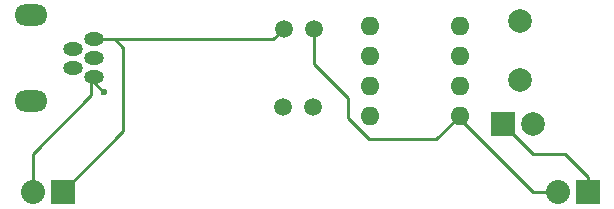
<source format=gbr>
G04 #@! TF.FileFunction,Copper,L2,Bot,Signal*
%FSLAX46Y46*%
G04 Gerber Fmt 4.6, Leading zero omitted, Abs format (unit mm)*
G04 Created by KiCad (PCBNEW (2015-06-16 BZR 5762, Git d3b3131)-product) date 9/30/2015 3:41:20 PM*
%MOMM*%
G01*
G04 APERTURE LIST*
%ADD10C,0.100000*%
%ADD11C,1.501140*%
%ADD12O,1.600000X1.600000*%
%ADD13R,2.032000X2.032000*%
%ADD14O,2.032000X2.032000*%
%ADD15R,2.000000X2.000000*%
%ADD16C,2.000000*%
%ADD17C,1.998980*%
%ADD18O,2.800000X1.800000*%
%ADD19O,1.660000X1.150000*%
%ADD20C,0.600000*%
%ADD21C,0.250000*%
G04 APERTURE END LIST*
D10*
D11*
X156743400Y-91440000D03*
X154203400Y-91440000D03*
X156870400Y-84836000D03*
X154330400Y-84836000D03*
D12*
X161569400Y-84582000D03*
X161569400Y-87122000D03*
X161569400Y-89662000D03*
X161569400Y-92202000D03*
X169189400Y-92202000D03*
X169189400Y-89662000D03*
X169189400Y-87122000D03*
X169189400Y-84582000D03*
D13*
X135547100Y-98679000D03*
D14*
X133007100Y-98679000D03*
D15*
X172834300Y-92938600D03*
D16*
X175374300Y-92938600D03*
D17*
X174244000Y-84178140D03*
X174244000Y-89179400D03*
D13*
X179997100Y-98679000D03*
D14*
X177457100Y-98679000D03*
D18*
X132892800Y-83708240D03*
D19*
X138217800Y-88958240D03*
X138217800Y-85758240D03*
X138217800Y-87358240D03*
X136467800Y-88158240D03*
X136467800Y-86558240D03*
D18*
X132892800Y-91008240D03*
D20*
X139029440Y-90246200D03*
D21*
X169189400Y-92202000D02*
X169189400Y-92456000D01*
X169189400Y-92456000D02*
X175412400Y-98679000D01*
X175412400Y-98679000D02*
X177457100Y-98679000D01*
X156870400Y-84836000D02*
X156870400Y-87871300D01*
X167170100Y-94221300D02*
X169189400Y-92202000D01*
X161493200Y-94221300D02*
X167170100Y-94221300D01*
X159715200Y-92443300D02*
X161493200Y-94221300D01*
X159715200Y-90716100D02*
X159715200Y-92443300D01*
X156870400Y-87871300D02*
X159715200Y-90716100D01*
X137942800Y-85758240D02*
X139977080Y-85758240D01*
X140705840Y-93520260D02*
X135547100Y-98679000D01*
X140705840Y-86487000D02*
X140705840Y-93520260D01*
X139977080Y-85758240D02*
X140705840Y-86487000D01*
X137942800Y-85758240D02*
X153408160Y-85758240D01*
X153408160Y-85758240D02*
X154330400Y-84836000D01*
X179997100Y-98679000D02*
X179997100Y-97396300D01*
X175374300Y-95478600D02*
X172834300Y-92938600D01*
X178079400Y-95478600D02*
X175374300Y-95478600D01*
X179997100Y-97396300D02*
X178079400Y-95478600D01*
X137942800Y-88958240D02*
X137942800Y-89159560D01*
X137942800Y-89159560D02*
X139029440Y-90246200D01*
X133007100Y-98679000D02*
X133007100Y-95440500D01*
X137942800Y-90504800D02*
X137942800Y-88958240D01*
X133007100Y-95440500D02*
X137942800Y-90504800D01*
X133007100Y-98679000D02*
X133007100Y-99479100D01*
M02*

</source>
